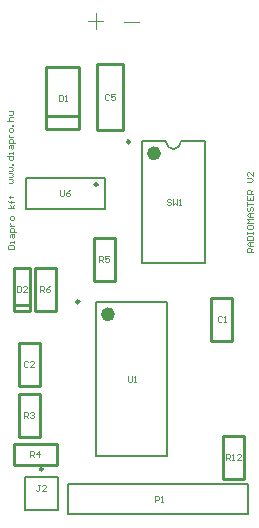
<source format=gto>
%FSTAX24Y24*%
%MOIN*%
G70*
G01*
G75*
G04 Layer_Color=65535*
%ADD10R,0.0709X0.0709*%
%ADD11R,0.0512X0.0472*%
%ADD12R,0.0374X0.1004*%
%ADD13R,0.1299X0.1004*%
%ADD14R,0.0512X0.0394*%
%ADD15R,0.0394X0.0512*%
%ADD16R,0.0630X0.0630*%
%ADD17O,0.0906X0.0236*%
%ADD18C,0.0100*%
%ADD19R,0.0591X0.0591*%
%ADD20C,0.0591*%
%ADD21C,0.0320*%
%ADD22R,0.0630X0.0630*%
%ADD23R,0.0374X0.0315*%
%ADD24R,0.0984X0.0512*%
%ADD25C,0.0098*%
%ADD26C,0.0236*%
%ADD27C,0.0079*%
%ADD28C,0.0040*%
%ADD29C,0.0039*%
D18*
X235749Y195646D02*
X236851D01*
X235749Y193599D02*
Y195646D01*
Y193599D02*
X236851D01*
Y195646D01*
X235749Y194032D02*
X236851D01*
X234669Y18895D02*
X23522D01*
X234669Y187533D02*
Y18895D01*
Y187533D02*
X23522D01*
Y18895D01*
X234669Y18773D02*
X23522D01*
X242354Y181941D02*
Y183358D01*
X241646Y181941D02*
X242354D01*
X241646D02*
Y183358D01*
X242354D01*
X235377Y187533D02*
Y18895D01*
X236086D01*
Y187533D02*
Y18895D01*
X235377Y187533D02*
X236086D01*
X234691Y182395D02*
X236109D01*
X234691D02*
Y183104D01*
X236109D01*
Y182395D02*
Y183104D01*
X235554Y183341D02*
Y184758D01*
X234846Y183341D02*
X235554D01*
X234846D02*
Y184758D01*
X235554D01*
X237467Y193547D02*
X238333D01*
Y195752D01*
X237467D02*
X238333D01*
X237467Y193547D02*
Y195752D01*
X234846Y186458D02*
X235554D01*
X234846Y185041D02*
Y186458D01*
Y185041D02*
X235554D01*
Y186458D01*
X241246Y186541D02*
X241954D01*
Y187958D01*
X241246D02*
X241954D01*
X241246Y186541D02*
Y187958D01*
X237346Y188541D02*
X238054D01*
Y189958D01*
X237346D02*
X238054D01*
X237346Y188541D02*
Y189958D01*
D25*
X237473Y191735D02*
G03*
X237473Y191735I-000049J0D01*
G01*
X235649Y182257D02*
G03*
X235649Y182257I-000049J0D01*
G01*
X236858Y187834D02*
G03*
X236858Y187834I-000049J0D01*
G01*
X238549Y193161D02*
G03*
X238549Y193161I-000049J0D01*
G01*
D26*
X237931Y187415D02*
G03*
X237931Y187415I-000118J0D01*
G01*
X239468Y192783D02*
G03*
X239468Y192783I-000118J0D01*
G01*
D27*
X23975Y193177D02*
G03*
X24025Y193177I00025J0D01*
G01*
X2425Y18075D02*
Y18175D01*
X2365Y18075D02*
Y18175D01*
X2425D01*
X2365Y18075D02*
X2425D01*
X235081Y191961D02*
X237719D01*
X235081Y190938D02*
X237719D01*
Y191961D01*
X235081Y190938D02*
Y191961D01*
X235049Y182001D02*
X236151D01*
X236151Y180898D02*
Y182001D01*
X235049Y180898D02*
X236151D01*
X235049Y180898D02*
Y182001D01*
X237419Y182691D02*
X239781D01*
X237419Y187809D02*
X239781D01*
Y182691D02*
Y187809D01*
X237419Y182691D02*
Y187809D01*
X238957Y189122D02*
Y193177D01*
X241043Y189122D02*
Y193177D01*
X238957D02*
X23975D01*
X24025D02*
X241043D01*
X238957Y189122D02*
X241043D01*
D28*
X239903Y191216D02*
X23987Y19125D01*
X239803D01*
X23977Y191216D01*
Y191183D01*
X239803Y19115D01*
X23987D01*
X239903Y191116D01*
Y191083D01*
X23987Y19105D01*
X239803D01*
X23977Y191083D01*
X23997Y19125D02*
Y19105D01*
X240037Y191116D01*
X240103Y19105D01*
Y19125D01*
X24017Y19105D02*
X240237D01*
X240203D01*
Y19125D01*
X24017Y191216D01*
X23753Y18915D02*
Y18935D01*
X23763D01*
X237663Y189316D01*
Y18925D01*
X23763Y189216D01*
X23753D01*
X237597D02*
X237663Y18915D01*
X237863Y18935D02*
X23773D01*
Y18925D01*
X237797Y189283D01*
X23783D01*
X237863Y18925D01*
Y189183D01*
X23783Y18915D01*
X237763D01*
X23773Y189183D01*
X23847Y18535D02*
Y185183D01*
X238503Y18515D01*
X23857D01*
X238603Y185183D01*
Y18535D01*
X23867Y18515D02*
X238737D01*
X238703D01*
Y18535D01*
X23867Y185316D01*
X235563Y18171D02*
X235497D01*
X23553D01*
Y181543D01*
X235497Y18151D01*
X235463D01*
X23543Y181543D01*
X235763Y18151D02*
X23563D01*
X235763Y181643D01*
Y181676D01*
X23573Y18171D01*
X235663D01*
X23563Y181676D01*
X241603Y187316D02*
X24157Y18735D01*
X241503D01*
X24147Y187316D01*
Y187183D01*
X241503Y18715D01*
X24157D01*
X241603Y187183D01*
X24167Y18715D02*
X241737D01*
X241703D01*
Y18735D01*
X24167Y187316D01*
X235163Y185816D02*
X23513Y18585D01*
X235063D01*
X23503Y185816D01*
Y185683D01*
X235063Y18565D01*
X23513D01*
X235163Y185683D01*
X235363Y18565D02*
X23523D01*
X235363Y185783D01*
Y185816D01*
X23533Y18585D01*
X235263D01*
X23523Y185816D01*
X237863Y194716D02*
X23783Y19475D01*
X237763D01*
X23773Y194716D01*
Y194583D01*
X237763Y19455D01*
X23783D01*
X237863Y194583D01*
X238063Y19475D02*
X23793D01*
Y19465D01*
X237997Y194683D01*
X23803D01*
X238063Y19465D01*
Y194583D01*
X23803Y19455D01*
X237963D01*
X23793Y194583D01*
X23503Y18395D02*
Y18415D01*
X23513D01*
X235163Y184116D01*
Y18405D01*
X23513Y184016D01*
X23503D01*
X235097D02*
X235163Y18395D01*
X23523Y184116D02*
X235263Y18415D01*
X23533D01*
X235363Y184116D01*
Y184083D01*
X23533Y18405D01*
X235297D01*
X23533D01*
X235363Y184016D01*
Y183983D01*
X23533Y18395D01*
X235263D01*
X23523Y183983D01*
X23523Y18265D02*
Y18285D01*
X23533D01*
X235363Y182816D01*
Y18275D01*
X23533Y182716D01*
X23523D01*
X235297D02*
X235363Y18265D01*
X23553D02*
Y18285D01*
X23543Y18275D01*
X235563D01*
X235563Y188146D02*
Y188346D01*
X235663D01*
X235696Y188313D01*
Y188246D01*
X235663Y188213D01*
X235563D01*
X23563D02*
X235696Y188146D01*
X235896Y188346D02*
X23583Y188313D01*
X235763Y188246D01*
Y18818D01*
X235796Y188146D01*
X235863D01*
X235896Y18818D01*
Y188213D01*
X235863Y188246D01*
X235763D01*
X24175Y18255D02*
Y18275D01*
X24185D01*
X241883Y182716D01*
Y18265D01*
X24185Y182616D01*
X24175D01*
X241817D02*
X241883Y18255D01*
X24195D02*
X242017D01*
X241983D01*
Y18275D01*
X24195Y182716D01*
X24225Y18255D02*
X242117D01*
X24225Y182683D01*
Y182716D01*
X242217Y18275D01*
X24215D01*
X242117Y182716D01*
X23623Y19155D02*
Y191383D01*
X236263Y19135D01*
X23633D01*
X236363Y191383D01*
Y19155D01*
X236563D02*
X236497Y191516D01*
X23643Y19145D01*
Y191383D01*
X236463Y19135D01*
X23653D01*
X236563Y191383D01*
Y191416D01*
X23653Y19145D01*
X23643D01*
X234774Y188345D02*
Y188145D01*
X234874D01*
X234907Y188179D01*
Y188312D01*
X234874Y188345D01*
X234774D01*
X235107Y188145D02*
X234974D01*
X235107Y188279D01*
Y188312D01*
X235074Y188345D01*
X235007D01*
X234974Y188312D01*
X23937Y18115D02*
Y18135D01*
X23947D01*
X239503Y181316D01*
Y18125D01*
X23947Y181216D01*
X23937D01*
X23957Y18115D02*
X239637D01*
X239603D01*
Y18135D01*
X23957Y181316D01*
X23617Y19472D02*
Y19452D01*
X23627D01*
X236303Y194553D01*
Y194686D01*
X23627Y19472D01*
X23617D01*
X23637Y19452D02*
X236437D01*
X236403D01*
Y19472D01*
X23637Y194686D01*
D29*
X242641Y1895D02*
X242444D01*
Y189598D01*
X242477Y189631D01*
X242542D01*
X242575Y189598D01*
Y1895D01*
Y189566D02*
X242641Y189631D01*
Y189697D02*
X242509D01*
X242444Y189762D01*
X242509Y189828D01*
X242641D01*
X242542D01*
Y189697D01*
X242444Y189894D02*
X242641D01*
Y189992D01*
X242608Y190025D01*
X242477D01*
X242444Y189992D01*
Y189894D01*
Y19009D02*
Y190156D01*
Y190123D01*
X242641D01*
Y19009D01*
Y190156D01*
X242444Y190353D02*
Y190287D01*
X242477Y190254D01*
X242608D01*
X242641Y190287D01*
Y190353D01*
X242608Y190386D01*
X242477D01*
X242444Y190353D01*
X242641Y190451D02*
X242444D01*
X242509Y190517D01*
X242444Y190582D01*
X242641D01*
Y190648D02*
X242509D01*
X242444Y190714D01*
X242509Y190779D01*
X242641D01*
X242542D01*
Y190648D01*
X242477Y190976D02*
X242444Y190943D01*
Y190877D01*
X242477Y190845D01*
X242509D01*
X242542Y190877D01*
Y190943D01*
X242575Y190976D01*
X242608D01*
X242641Y190943D01*
Y190877D01*
X242608Y190845D01*
X242444Y191041D02*
Y191173D01*
Y191107D01*
X242641D01*
X242444Y191369D02*
Y191238D01*
X242641D01*
Y191369D01*
X242542Y191238D02*
Y191304D01*
X242641Y191435D02*
X242444D01*
Y191533D01*
X242477Y191566D01*
X242542D01*
X242575Y191533D01*
Y191435D01*
Y191501D02*
X242641Y191566D01*
X242444Y191829D02*
X242575D01*
X242641Y191894D01*
X242575Y19196D01*
X242444D01*
X242641Y192157D02*
Y192025D01*
X242509Y192157D01*
X242477D01*
X242444Y192124D01*
Y192058D01*
X242477Y192025D01*
X234509Y1918D02*
X234608D01*
X234641Y191833D01*
X234608Y191866D01*
X234641Y191898D01*
X234608Y191931D01*
X234509D01*
Y191997D02*
X234608D01*
X234641Y19203D01*
X234608Y192062D01*
X234641Y192095D01*
X234608Y192128D01*
X234509D01*
Y192194D02*
X234608D01*
X234641Y192226D01*
X234608Y192259D01*
X234641Y192292D01*
X234608Y192325D01*
X234509D01*
X234641Y19239D02*
X234608D01*
Y192423D01*
X234641D01*
Y19239D01*
X234444Y192686D02*
X234641D01*
Y192587D01*
X234608Y192554D01*
X234542D01*
X234509Y192587D01*
Y192686D01*
X234641Y192751D02*
Y192817D01*
Y192784D01*
X234509D01*
Y192751D01*
Y192948D02*
Y193014D01*
X234542Y193046D01*
X234641D01*
Y192948D01*
X234608Y192915D01*
X234575Y192948D01*
Y193046D01*
X234706Y193112D02*
X234509D01*
Y19321D01*
X234542Y193243D01*
X234608D01*
X234641Y19321D01*
Y193112D01*
X234509Y193309D02*
X234641D01*
X234575D01*
X234542Y193341D01*
X234509Y193374D01*
Y193407D01*
X234641Y193538D02*
Y193604D01*
X234608Y193637D01*
X234542D01*
X234509Y193604D01*
Y193538D01*
X234542Y193505D01*
X234608D01*
X234641Y193538D01*
Y193702D02*
X234608D01*
Y193735D01*
X234641D01*
Y193702D01*
X234444Y193866D02*
X234641D01*
X234542D01*
X234509Y193899D01*
Y193965D01*
X234542Y193997D01*
X234641D01*
X234509Y194063D02*
X234608D01*
X234641Y194096D01*
Y194194D01*
X234509D01*
X238341Y197144D02*
X238865D01*
X237141Y197194D02*
X237665D01*
X237403Y197456D02*
Y196931D01*
X234494Y1896D02*
X234691D01*
Y189698D01*
X234658Y189731D01*
X234527D01*
X234494Y189698D01*
Y1896D01*
X234691Y189797D02*
Y189862D01*
Y18983D01*
X234559D01*
Y189797D01*
Y189994D02*
Y190059D01*
X234592Y190092D01*
X234691D01*
Y189994D01*
X234658Y189961D01*
X234625Y189994D01*
Y190092D01*
X234756Y190158D02*
X234559D01*
Y190256D01*
X234592Y190289D01*
X234658D01*
X234691Y190256D01*
Y190158D01*
X234559Y190354D02*
X234691D01*
X234625D01*
X234592Y190387D01*
X234559Y19042D01*
Y190453D01*
X234691Y190584D02*
Y19065D01*
X234658Y190682D01*
X234592D01*
X234559Y19065D01*
Y190584D01*
X234592Y190551D01*
X234658D01*
X234691Y190584D01*
Y190945D02*
X234494D01*
X234625D02*
X234559Y191043D01*
X234625Y190945D02*
X234691Y191043D01*
Y191174D02*
X234527D01*
X234592D01*
Y191141D01*
Y191207D01*
Y191174D01*
X234527D01*
X234494Y191207D01*
X234527Y191338D02*
X234559D01*
Y191305D01*
Y191371D01*
Y191338D01*
X234658D01*
X234691Y191371D01*
M02*

</source>
